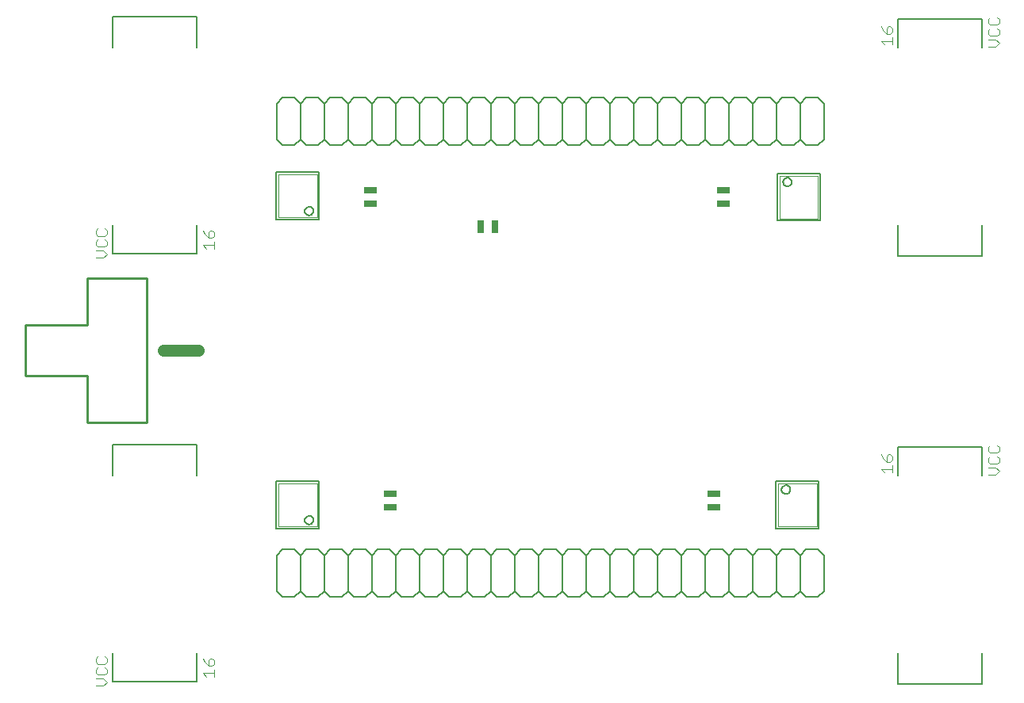
<source format=gto>
G75*
%MOIN*%
%OFA0B0*%
%FSLAX24Y24*%
%IPPOS*%
%LPD*%
%AMOC8*
5,1,8,0,0,1.08239X$1,22.5*
%
%ADD10C,0.0500*%
%ADD11C,0.0100*%
%ADD12R,0.0551X0.0256*%
%ADD13R,0.0256X0.0551*%
%ADD14C,0.0060*%
%ADD15C,0.0020*%
%ADD16C,0.0050*%
%ADD17C,0.0040*%
D10*
X005937Y015900D02*
X007394Y015900D01*
D11*
X005229Y012869D02*
X005229Y018931D01*
X002748Y018931D01*
X002748Y016963D01*
X000150Y016963D01*
X000150Y014837D01*
X002748Y014837D01*
X002748Y012869D01*
X005229Y012869D01*
D12*
X015459Y009880D03*
X015459Y009300D03*
X029084Y009300D03*
X029084Y009880D03*
X029459Y022050D03*
X029459Y022630D03*
X014646Y022630D03*
X014646Y022050D03*
D13*
X019291Y021088D03*
X019871Y021088D03*
D14*
X019958Y024525D02*
X019708Y024775D01*
X019708Y026275D01*
X019958Y026525D01*
X020458Y026525D01*
X020708Y026275D01*
X020708Y024775D01*
X020458Y024525D01*
X019958Y024525D01*
X019708Y024775D02*
X019458Y024525D01*
X018958Y024525D01*
X018708Y024775D01*
X018708Y026275D01*
X018958Y026525D01*
X019458Y026525D01*
X019708Y026275D01*
X020708Y026275D02*
X020958Y026525D01*
X021458Y026525D01*
X021708Y026275D01*
X021708Y024775D01*
X021458Y024525D01*
X020958Y024525D01*
X020708Y024775D01*
X021708Y024775D02*
X021958Y024525D01*
X022458Y024525D01*
X022708Y024775D01*
X022708Y026275D01*
X022958Y026525D01*
X023458Y026525D01*
X023708Y026275D01*
X023708Y024775D01*
X023458Y024525D01*
X022958Y024525D01*
X022708Y024775D01*
X023708Y024775D02*
X023958Y024525D01*
X024458Y024525D01*
X024708Y024775D01*
X024708Y026275D01*
X024958Y026525D01*
X025458Y026525D01*
X025708Y026275D01*
X025708Y024775D01*
X025458Y024525D01*
X024958Y024525D01*
X024708Y024775D01*
X025708Y024775D02*
X025958Y024525D01*
X026458Y024525D01*
X026708Y024775D01*
X026708Y026275D01*
X026958Y026525D01*
X027458Y026525D01*
X027708Y026275D01*
X027708Y024775D01*
X027458Y024525D01*
X026958Y024525D01*
X026708Y024775D01*
X027708Y024775D02*
X027958Y024525D01*
X028458Y024525D01*
X028708Y024775D01*
X028708Y026275D01*
X028458Y026525D01*
X027958Y026525D01*
X027708Y026275D01*
X026708Y026275D02*
X026458Y026525D01*
X025958Y026525D01*
X025708Y026275D01*
X024708Y026275D02*
X024458Y026525D01*
X023958Y026525D01*
X023708Y026275D01*
X022708Y026275D02*
X022458Y026525D01*
X021958Y026525D01*
X021708Y026275D01*
X018708Y026275D02*
X018458Y026525D01*
X017958Y026525D01*
X017708Y026275D01*
X017458Y026525D01*
X016958Y026525D01*
X016708Y026275D01*
X016458Y026525D01*
X015958Y026525D01*
X015708Y026275D01*
X015458Y026525D01*
X014958Y026525D01*
X014708Y026275D01*
X014458Y026525D01*
X013958Y026525D01*
X013708Y026275D01*
X013458Y026525D01*
X012958Y026525D01*
X012708Y026275D01*
X012458Y026525D01*
X011958Y026525D01*
X011708Y026275D01*
X011458Y026525D01*
X010958Y026525D01*
X010708Y026275D01*
X010708Y024775D01*
X010958Y024525D01*
X011458Y024525D01*
X011708Y024775D01*
X011708Y026275D01*
X012708Y026275D02*
X012708Y024775D01*
X012458Y024525D01*
X011958Y024525D01*
X011708Y024775D01*
X012708Y024775D02*
X012958Y024525D01*
X013458Y024525D01*
X013708Y024775D01*
X013708Y026275D01*
X014708Y026275D02*
X014708Y024775D01*
X014458Y024525D01*
X013958Y024525D01*
X013708Y024775D01*
X014708Y024775D02*
X014958Y024525D01*
X015458Y024525D01*
X015708Y024775D01*
X015708Y026275D01*
X016708Y026275D02*
X016708Y024775D01*
X016458Y024525D01*
X015958Y024525D01*
X015708Y024775D01*
X016708Y024775D02*
X016958Y024525D01*
X017458Y024525D01*
X017708Y024775D01*
X017708Y026275D01*
X017708Y024775D02*
X017958Y024525D01*
X018458Y024525D01*
X018708Y024775D01*
X012482Y023390D02*
X012482Y021410D01*
X010684Y021410D01*
X010684Y023390D01*
X012482Y023390D01*
X011883Y021760D02*
X011885Y021786D01*
X011891Y021812D01*
X011900Y021836D01*
X011913Y021859D01*
X011929Y021880D01*
X011948Y021898D01*
X011969Y021914D01*
X011993Y021926D01*
X012017Y021934D01*
X012043Y021939D01*
X012070Y021940D01*
X012096Y021937D01*
X012121Y021930D01*
X012145Y021920D01*
X012168Y021906D01*
X012188Y021890D01*
X012205Y021870D01*
X012220Y021848D01*
X012231Y021824D01*
X012239Y021799D01*
X012243Y021773D01*
X012243Y021747D01*
X012239Y021721D01*
X012231Y021696D01*
X012220Y021672D01*
X012205Y021650D01*
X012188Y021630D01*
X012168Y021614D01*
X012145Y021600D01*
X012121Y021590D01*
X012096Y021583D01*
X012070Y021580D01*
X012043Y021581D01*
X012017Y021586D01*
X011993Y021594D01*
X011969Y021606D01*
X011948Y021622D01*
X011929Y021640D01*
X011913Y021661D01*
X011900Y021684D01*
X011891Y021708D01*
X011885Y021734D01*
X011883Y021760D01*
X012482Y010390D02*
X010684Y010390D01*
X010684Y008410D01*
X012482Y008410D01*
X012482Y010390D01*
X011883Y008760D02*
X011885Y008786D01*
X011891Y008812D01*
X011900Y008836D01*
X011913Y008859D01*
X011929Y008880D01*
X011948Y008898D01*
X011969Y008914D01*
X011993Y008926D01*
X012017Y008934D01*
X012043Y008939D01*
X012070Y008940D01*
X012096Y008937D01*
X012121Y008930D01*
X012145Y008920D01*
X012168Y008906D01*
X012188Y008890D01*
X012205Y008870D01*
X012220Y008848D01*
X012231Y008824D01*
X012239Y008799D01*
X012243Y008773D01*
X012243Y008747D01*
X012239Y008721D01*
X012231Y008696D01*
X012220Y008672D01*
X012205Y008650D01*
X012188Y008630D01*
X012168Y008614D01*
X012145Y008600D01*
X012121Y008590D01*
X012096Y008583D01*
X012070Y008580D01*
X012043Y008581D01*
X012017Y008586D01*
X011993Y008594D01*
X011969Y008606D01*
X011948Y008622D01*
X011929Y008640D01*
X011913Y008661D01*
X011900Y008684D01*
X011891Y008708D01*
X011885Y008734D01*
X011883Y008760D01*
X011958Y007525D02*
X012458Y007525D01*
X012708Y007275D01*
X012708Y005775D01*
X012458Y005525D01*
X011958Y005525D01*
X011708Y005775D01*
X011458Y005525D01*
X010958Y005525D01*
X010708Y005775D01*
X010708Y007275D01*
X010958Y007525D01*
X011458Y007525D01*
X011708Y007275D01*
X011708Y005775D01*
X012708Y005775D02*
X012958Y005525D01*
X013458Y005525D01*
X013708Y005775D01*
X013708Y007275D01*
X013458Y007525D01*
X012958Y007525D01*
X012708Y007275D01*
X011958Y007525D02*
X011708Y007275D01*
X013708Y007275D02*
X013958Y007525D01*
X014458Y007525D01*
X014708Y007275D01*
X014708Y005775D01*
X014458Y005525D01*
X013958Y005525D01*
X013708Y005775D01*
X014708Y005775D02*
X014958Y005525D01*
X015458Y005525D01*
X015708Y005775D01*
X015708Y007275D01*
X015458Y007525D01*
X014958Y007525D01*
X014708Y007275D01*
X015708Y007275D02*
X015958Y007525D01*
X016458Y007525D01*
X016708Y007275D01*
X016708Y005775D01*
X016458Y005525D01*
X015958Y005525D01*
X015708Y005775D01*
X016708Y005775D02*
X016958Y005525D01*
X017458Y005525D01*
X017708Y005775D01*
X017708Y007275D01*
X017458Y007525D01*
X016958Y007525D01*
X016708Y007275D01*
X017708Y007275D02*
X017958Y007525D01*
X018458Y007525D01*
X018708Y007275D01*
X018708Y005775D01*
X018458Y005525D01*
X017958Y005525D01*
X017708Y005775D01*
X018708Y005775D02*
X018958Y005525D01*
X019458Y005525D01*
X019708Y005775D01*
X019708Y007275D01*
X019958Y007525D01*
X020458Y007525D01*
X020708Y007275D01*
X020708Y005775D01*
X020458Y005525D01*
X019958Y005525D01*
X019708Y005775D01*
X020708Y005775D02*
X020958Y005525D01*
X021458Y005525D01*
X021708Y005775D01*
X021708Y007275D01*
X021958Y007525D01*
X022458Y007525D01*
X022708Y007275D01*
X022708Y005775D01*
X022458Y005525D01*
X021958Y005525D01*
X021708Y005775D01*
X022708Y005775D02*
X022958Y005525D01*
X023458Y005525D01*
X023708Y005775D01*
X023708Y007275D01*
X023958Y007525D01*
X024458Y007525D01*
X024708Y007275D01*
X024708Y005775D01*
X024458Y005525D01*
X023958Y005525D01*
X023708Y005775D01*
X024708Y005775D02*
X024958Y005525D01*
X025458Y005525D01*
X025708Y005775D01*
X025708Y007275D01*
X025958Y007525D01*
X026458Y007525D01*
X026708Y007275D01*
X026708Y005775D01*
X026458Y005525D01*
X025958Y005525D01*
X025708Y005775D01*
X026708Y005775D02*
X026958Y005525D01*
X027458Y005525D01*
X027708Y005775D01*
X027708Y007275D01*
X027458Y007525D01*
X026958Y007525D01*
X026708Y007275D01*
X025708Y007275D02*
X025458Y007525D01*
X024958Y007525D01*
X024708Y007275D01*
X023708Y007275D02*
X023458Y007525D01*
X022958Y007525D01*
X022708Y007275D01*
X021708Y007275D02*
X021458Y007525D01*
X020958Y007525D01*
X020708Y007275D01*
X019708Y007275D02*
X019458Y007525D01*
X018958Y007525D01*
X018708Y007275D01*
X027708Y007275D02*
X027958Y007525D01*
X028458Y007525D01*
X028708Y007275D01*
X028708Y005775D01*
X028458Y005525D01*
X027958Y005525D01*
X027708Y005775D01*
X028708Y005775D02*
X028958Y005525D01*
X029458Y005525D01*
X029708Y005775D01*
X029708Y007275D01*
X029458Y007525D01*
X028958Y007525D01*
X028708Y007275D01*
X029708Y007275D02*
X029958Y007525D01*
X030458Y007525D01*
X030708Y007275D01*
X030708Y005775D01*
X030458Y005525D01*
X029958Y005525D01*
X029708Y005775D01*
X030708Y005775D02*
X030958Y005525D01*
X031458Y005525D01*
X031708Y005775D01*
X031708Y007275D01*
X031458Y007525D01*
X030958Y007525D01*
X030708Y007275D01*
X031708Y007275D02*
X031958Y007525D01*
X032458Y007525D01*
X032708Y007275D01*
X032708Y005775D01*
X032458Y005525D01*
X031958Y005525D01*
X031708Y005775D01*
X032708Y005775D02*
X032958Y005525D01*
X033458Y005525D01*
X033708Y005775D01*
X033708Y007275D01*
X033458Y007525D01*
X032958Y007525D01*
X032708Y007275D01*
X033482Y008410D02*
X031684Y008410D01*
X031684Y010390D01*
X033482Y010390D01*
X033482Y008410D01*
X031923Y010040D02*
X031925Y010066D01*
X031931Y010092D01*
X031940Y010116D01*
X031953Y010139D01*
X031969Y010160D01*
X031988Y010178D01*
X032009Y010194D01*
X032033Y010206D01*
X032057Y010214D01*
X032083Y010219D01*
X032110Y010220D01*
X032136Y010217D01*
X032161Y010210D01*
X032185Y010200D01*
X032208Y010186D01*
X032228Y010170D01*
X032245Y010150D01*
X032260Y010128D01*
X032271Y010104D01*
X032279Y010079D01*
X032283Y010053D01*
X032283Y010027D01*
X032279Y010001D01*
X032271Y009976D01*
X032260Y009952D01*
X032245Y009930D01*
X032228Y009910D01*
X032208Y009894D01*
X032185Y009880D01*
X032161Y009870D01*
X032136Y009863D01*
X032110Y009860D01*
X032083Y009861D01*
X032057Y009866D01*
X032033Y009874D01*
X032009Y009886D01*
X031988Y009902D01*
X031969Y009920D01*
X031953Y009941D01*
X031940Y009964D01*
X031931Y009988D01*
X031925Y010014D01*
X031923Y010040D01*
X031747Y021348D02*
X033544Y021348D01*
X033544Y023328D01*
X031747Y023328D01*
X031747Y021348D01*
X031986Y022978D02*
X031988Y023004D01*
X031994Y023030D01*
X032003Y023054D01*
X032016Y023077D01*
X032032Y023098D01*
X032051Y023116D01*
X032072Y023132D01*
X032096Y023144D01*
X032120Y023152D01*
X032146Y023157D01*
X032173Y023158D01*
X032199Y023155D01*
X032224Y023148D01*
X032248Y023138D01*
X032271Y023124D01*
X032291Y023108D01*
X032308Y023088D01*
X032323Y023066D01*
X032334Y023042D01*
X032342Y023017D01*
X032346Y022991D01*
X032346Y022965D01*
X032342Y022939D01*
X032334Y022914D01*
X032323Y022890D01*
X032308Y022868D01*
X032291Y022848D01*
X032271Y022832D01*
X032248Y022818D01*
X032224Y022808D01*
X032199Y022801D01*
X032173Y022798D01*
X032146Y022799D01*
X032120Y022804D01*
X032096Y022812D01*
X032072Y022824D01*
X032051Y022840D01*
X032032Y022858D01*
X032016Y022879D01*
X032003Y022902D01*
X031994Y022926D01*
X031988Y022952D01*
X031986Y022978D01*
X031958Y024525D02*
X031708Y024775D01*
X031708Y026275D01*
X031458Y026525D01*
X030958Y026525D01*
X030708Y026275D01*
X030708Y024775D01*
X030458Y024525D01*
X029958Y024525D01*
X029708Y024775D01*
X029708Y026275D01*
X029458Y026525D01*
X028958Y026525D01*
X028708Y026275D01*
X029708Y026275D02*
X029958Y026525D01*
X030458Y026525D01*
X030708Y026275D01*
X031708Y026275D02*
X031958Y026525D01*
X032458Y026525D01*
X032708Y026275D01*
X032708Y024775D01*
X032458Y024525D01*
X031958Y024525D01*
X031708Y024775D02*
X031458Y024525D01*
X030958Y024525D01*
X030708Y024775D01*
X029708Y024775D02*
X029458Y024525D01*
X028958Y024525D01*
X028708Y024775D01*
X032708Y024775D02*
X032958Y024525D01*
X033458Y024525D01*
X033708Y024775D01*
X033708Y026275D01*
X033458Y026525D01*
X032958Y026525D01*
X032708Y026275D01*
D15*
X033454Y023238D02*
X031837Y023238D01*
X031837Y021438D01*
X033454Y021438D01*
X033454Y023238D01*
X033392Y010300D02*
X031774Y010300D01*
X031774Y008500D01*
X033392Y008500D01*
X033392Y010300D01*
X012392Y010300D02*
X012392Y008500D01*
X010774Y008500D01*
X010774Y010300D01*
X012392Y010300D01*
X012392Y021500D02*
X010774Y021500D01*
X010774Y023300D01*
X012392Y023300D01*
X012392Y021500D01*
D16*
X007355Y021160D02*
X007355Y019979D01*
X003811Y019979D01*
X003811Y021160D01*
X003811Y028640D02*
X003811Y029920D01*
X007355Y029920D01*
X007355Y028640D01*
X007355Y011920D02*
X003811Y011920D01*
X003811Y010640D01*
X007355Y010640D02*
X007355Y011920D01*
X007355Y003160D02*
X007355Y001979D01*
X003811Y001979D01*
X003811Y003160D01*
X036811Y003160D02*
X036811Y001880D01*
X040355Y001880D01*
X040355Y003160D01*
X040355Y010640D02*
X040355Y011821D01*
X036811Y011821D01*
X036811Y010640D01*
X036811Y019880D02*
X040355Y019880D01*
X040355Y021160D01*
X036811Y021160D02*
X036811Y019880D01*
X036811Y028640D02*
X036811Y029821D01*
X040355Y029821D01*
X040355Y028640D01*
D17*
X003410Y001789D02*
X003103Y001789D01*
X003410Y001789D02*
X003563Y001942D01*
X003410Y002096D01*
X003103Y002096D01*
X003179Y002249D02*
X003486Y002249D01*
X003563Y002326D01*
X003563Y002479D01*
X003486Y002556D01*
X003486Y002710D02*
X003563Y002786D01*
X003563Y002940D01*
X003486Y003017D01*
X003179Y003017D02*
X003103Y002940D01*
X003103Y002786D01*
X003179Y002710D01*
X003486Y002710D01*
X003179Y002556D02*
X003103Y002479D01*
X003103Y002326D01*
X003179Y002249D01*
X007603Y002323D02*
X007756Y002170D01*
X007603Y002323D02*
X008063Y002323D01*
X008063Y002170D02*
X008063Y002477D01*
X007986Y002630D02*
X007833Y002630D01*
X007833Y002861D01*
X007910Y002937D01*
X007986Y002937D01*
X008063Y002861D01*
X008063Y002707D01*
X007986Y002630D01*
X007833Y002630D02*
X007679Y002784D01*
X007603Y002937D01*
X003410Y019789D02*
X003563Y019942D01*
X003410Y020096D01*
X003103Y020096D01*
X003179Y020249D02*
X003486Y020249D01*
X003563Y020326D01*
X003563Y020479D01*
X003486Y020556D01*
X003486Y020710D02*
X003179Y020710D01*
X003103Y020786D01*
X003103Y020940D01*
X003179Y021017D01*
X003486Y021017D02*
X003563Y020940D01*
X003563Y020786D01*
X003486Y020710D01*
X003179Y020556D02*
X003103Y020479D01*
X003103Y020326D01*
X003179Y020249D01*
X003103Y019789D02*
X003410Y019789D01*
X007603Y020323D02*
X007756Y020170D01*
X007603Y020323D02*
X008063Y020323D01*
X008063Y020170D02*
X008063Y020477D01*
X007986Y020630D02*
X007833Y020630D01*
X007833Y020861D01*
X007910Y020937D01*
X007986Y020937D01*
X008063Y020861D01*
X008063Y020707D01*
X007986Y020630D01*
X007833Y020630D02*
X007679Y020784D01*
X007603Y020937D01*
X036103Y028903D02*
X036563Y028903D01*
X036563Y029056D02*
X036563Y028749D01*
X036256Y028749D02*
X036103Y028903D01*
X036333Y029210D02*
X036333Y029440D01*
X036410Y029517D01*
X036486Y029517D01*
X036563Y029440D01*
X036563Y029286D01*
X036486Y029210D01*
X036333Y029210D01*
X036179Y029363D01*
X036103Y029517D01*
X040603Y029668D02*
X040679Y029591D01*
X040986Y029591D01*
X041063Y029668D01*
X041063Y029821D01*
X040986Y029898D01*
X040679Y029898D02*
X040603Y029821D01*
X040603Y029668D01*
X040679Y029437D02*
X040603Y029361D01*
X040603Y029207D01*
X040679Y029130D01*
X040986Y029130D01*
X041063Y029207D01*
X041063Y029361D01*
X040986Y029437D01*
X040910Y028977D02*
X040603Y028977D01*
X040910Y028977D02*
X041063Y028823D01*
X040910Y028670D01*
X040603Y028670D01*
X040679Y011898D02*
X040603Y011821D01*
X040603Y011668D01*
X040679Y011591D01*
X040986Y011591D01*
X041063Y011668D01*
X041063Y011821D01*
X040986Y011898D01*
X040986Y011437D02*
X041063Y011361D01*
X041063Y011207D01*
X040986Y011130D01*
X040679Y011130D01*
X040603Y011207D01*
X040603Y011361D01*
X040679Y011437D01*
X040603Y010977D02*
X040910Y010977D01*
X041063Y010823D01*
X040910Y010670D01*
X040603Y010670D01*
X036563Y010749D02*
X036563Y011056D01*
X036563Y010903D02*
X036103Y010903D01*
X036256Y010749D01*
X036333Y011210D02*
X036333Y011440D01*
X036410Y011517D01*
X036486Y011517D01*
X036563Y011440D01*
X036563Y011286D01*
X036486Y011210D01*
X036333Y011210D01*
X036179Y011363D01*
X036103Y011517D01*
M02*

</source>
